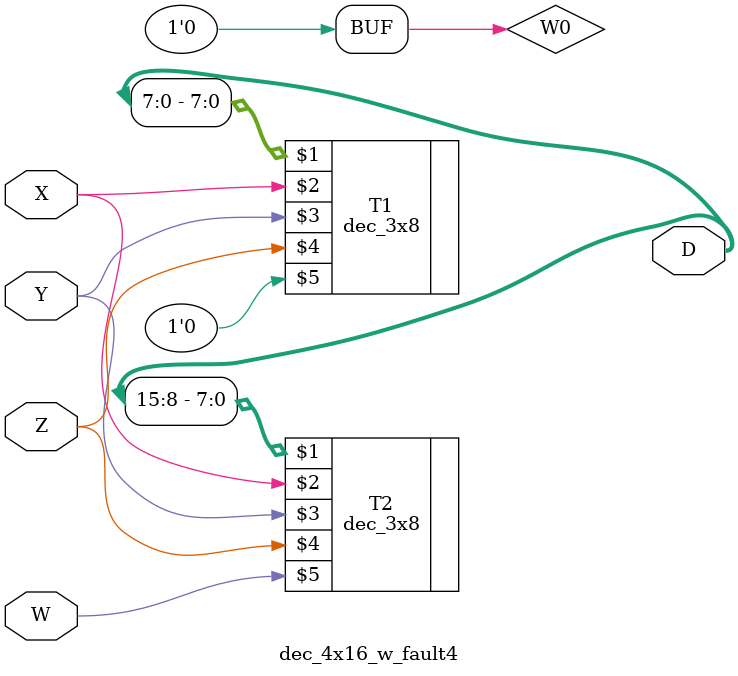
<source format=v>
`timescale 1ns / 1ps
module dec_4x16_w_fault4(output [15:0]D, input X,Y,Z,W);
wire W0 = 0;//SA0 fault after NOT gate
dec_3x8 T1(D[7:0],X,Y,Z,W0), T2(D[15:8],X,Y,Z,W);

endmodule

</source>
